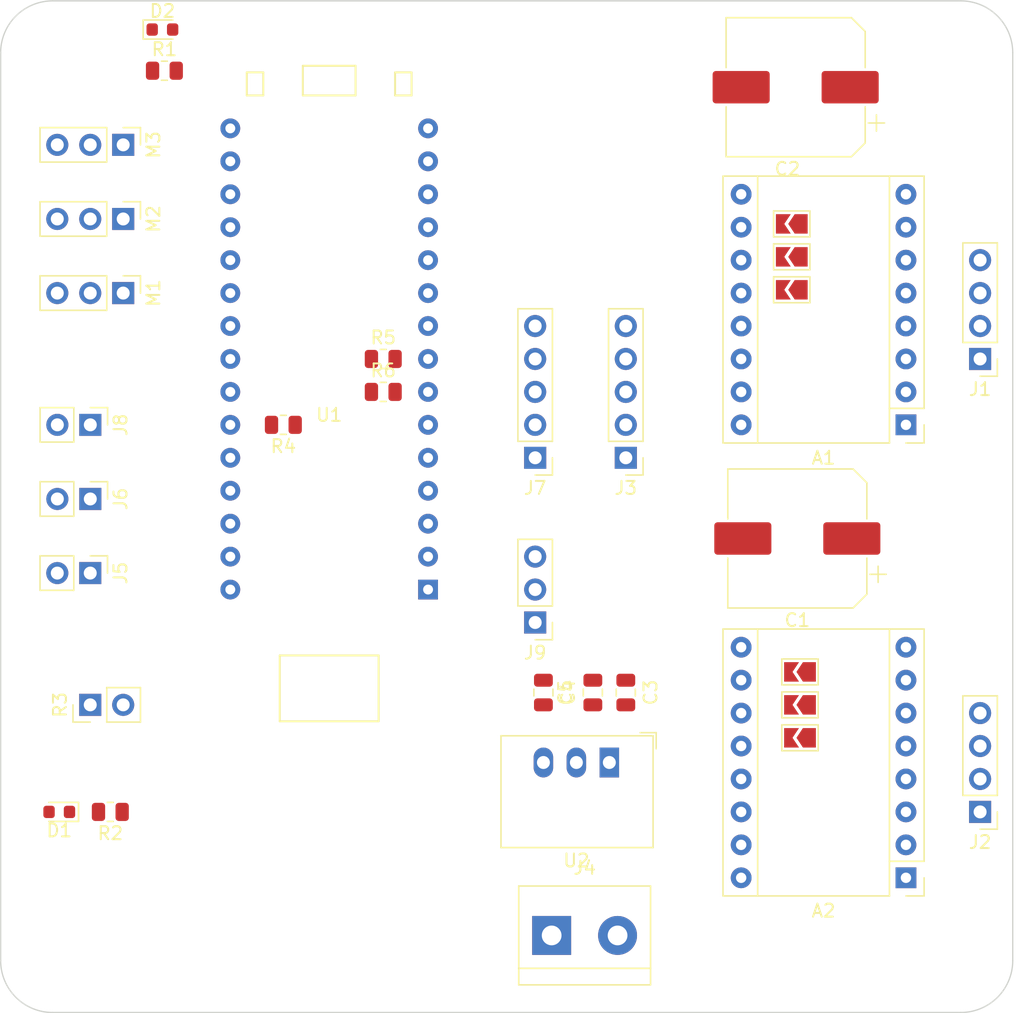
<source format=kicad_pcb>
(kicad_pcb (version 20221018) (generator pcbnew)
  (layers (0 "F.Cu" signal) (31 "B.Cu" signal) (34 "B.Paste" user) (35 "F.Paste" user) (36 "B.SilkS" user "B.Silkscreen") (37 "F.SilkS" user "F.Silkscreen") (38 "B.Mask" user) (39 "F.Mask" user) (44 "Edge.Cuts" user))
  (net 0 "")
  (net 1 "GND")
  (net 2 "+3.3V")
  (net 3 "Net-(A1-1B)")
  (net 4 "Net-(A1-1A)")
  (net 5 "Net-(A1-2A)")
  (net 6 "Net-(A1-2B)")
  (net 7 "ALIM")
  (net 8 "ENABLE")
  (net 9 "Net-(A1-MS1)")
  (net 10 "Net-(A1-MS2)")
  (net 11 "Net-(A1-MS3)")
  (net 12 "Net-(A1-~{RESET})")
  (net 13 "STEP2_PWM")
  (net 14 "STEP2_DIR")
  (net 15 "Net-(A2-1B)")
  (net 16 "Net-(A2-1A)")
  (net 17 "Net-(A2-2A)")
  (net 18 "Net-(A2-2B)")
  (net 19 "Net-(A2-MS1)")
  (net 20 "Net-(A2-MS2)")
  (net 21 "Net-(A2-MS3)")
  (net 22 "Net-(A2-~{RESET})")
  (net 23 "STEP1_PWM")
  (net 24 "STEP1_DIR")
  (net 25 "Net-(D1-K)")
  (net 26 "+5V")
  (net 27 "Net-(D2-K)")
  (net 28 "LED")
  (net 29 "SDA")
  (net 30 "SCL")
  (net 31 "SHUTDOWN1")
  (net 32 "FDC1")
  (net 33 "FDC2")
  (net 34 "SHUTDOWN2")
  (net 35 "TX")
  (net 36 "RX")
  (net 37 "SERVO1")
  (net 38 "SERVO2")
  (net 39 "MEAS_LIGHT")
  (net 47 "SERVO3")
  (net 48 "FDC3")
  (footprint "Connector_PinHeader_2.54mm:PinHeader_1x02_P2.54mm_Vertical" (layer "F.Cu") (at 128.91 65.405 -90)
    (fp_text reference "J6" (at 0 -2.33 90) (layer "F.SilkS"))
    (fp_text value "FDC")
    (fp_line (start -1.33 -1.33) (end 0 -1.33) (stroke (width 0.12)) (layer "F.SilkS"))
    (fp_line (start -1.33 0) (end -1.33 -1.33) (stroke (width 0.12)) (layer "F.SilkS"))
    (fp_line (start -1.33 1.27) (end -1.33 3.87) (stroke (width 0.12)) (layer "F.SilkS"))
    (fp_line (start -1.33 1.27) (end 1.33 1.27) (stroke (width 0.12)) (layer "F.SilkS"))
    (fp_line (start -1.33 3.87) (end 1.33 3.87) (stroke (width 0.12)) (layer "F.SilkS"))
    (fp_line (start 1.33 1.27) (end 1.33 3.87) (stroke (width 0.12)) (layer "F.SilkS"))
    (pad "1" thru_hole rect (at 0 0 270) (size 1.7 1.7) (drill 1) (layers "*.Cu" "*.Mask") (net 33 "FDC2"))
    (pad "2" thru_hole oval (at 0 2.54 270) (size 1.7 1.7) (drill 1) (layers "*.Cu" "*.Mask") (net 1 "GND"))
  )
  (footprint "Connector_PinHeader_2.54mm:PinHeader_1x03_P2.54mm_Vertical" (layer "F.Cu") (at 131.445 49.53 -90)
    (fp_text reference "M1" (at 0 -2.33 90) (layer "F.SilkS"))
    (fp_text value "Motor_Servo")
    (fp_line (start -1.33 -1.33) (end 0 -1.33) (stroke (width 0.12)) (layer "F.SilkS"))
    (fp_line (start -1.33 0) (end -1.33 -1.33) (stroke (width 0.12)) (layer "F.SilkS"))
    (fp_line (start -1.33 1.27) (end -1.33 6.41) (stroke (width 0.12)) (layer "F.SilkS"))
    (fp_line (start -1.33 1.27) (end 1.33 1.27) (stroke (width 0.12)) (layer "F.SilkS"))
    (fp_line (start -1.33 6.41) (end 1.33 6.41) (stroke (width 0.12)) (layer "F.SilkS"))
    (fp_line (start 1.33 1.27) (end 1.33 6.41) (stroke (width 0.12)) (layer "F.SilkS"))
    (pad "1" thru_hole rect (at 0 0 270) (size 1.7 1.7) (drill 1) (layers "*.Cu" "*.Mask") (net 37 "SERVO1"))
    (pad "2" thru_hole oval (at 0 2.54 270) (size 1.7 1.7) (drill 1) (layers "*.Cu" "*.Mask") (net 26 "+5V"))
    (pad "3" thru_hole oval (at 0 5.08 270) (size 1.7 1.7) (drill 1) (layers "*.Cu" "*.Mask") (net 1 "GND"))
  )
  (footprint "Connector_PinHeader_2.54mm:PinHeader_1x02_P2.54mm_Vertical" (layer "F.Cu") (at 128.905 71.12 -90)
    (fp_text reference "J5" (at 0 -2.33 90) (layer "F.SilkS"))
    (fp_text value "FDC")
    (fp_line (start -1.33 -1.33) (end 0 -1.33) (stroke (width 0.12)) (layer "F.SilkS"))
    (fp_line (start -1.33 0) (end -1.33 -1.33) (stroke (width 0.12)) (layer "F.SilkS"))
    (fp_line (start -1.33 1.27) (end -1.33 3.87) (stroke (width 0.12)) (layer "F.SilkS"))
    (fp_line (start -1.33 1.27) (end 1.33 1.27) (stroke (width 0.12)) (layer "F.SilkS"))
    (fp_line (start -1.33 3.87) (end 1.33 3.87) (stroke (width 0.12)) (layer "F.SilkS"))
    (fp_line (start 1.33 1.27) (end 1.33 3.87) (stroke (width 0.12)) (layer "F.SilkS"))
    (pad "1" thru_hole rect (at 0 0 270) (size 1.7 1.7) (drill 1) (layers "*.Cu" "*.Mask") (net 32 "FDC1"))
    (pad "2" thru_hole oval (at 0 2.54 270) (size 1.7 1.7) (drill 1) (layers "*.Cu" "*.Mask") (net 1 "GND"))
  )
  (footprint "LED_SMD:LED_0603_1608Metric" (layer "F.Cu") (at 134.4675 29.21)
    (fp_text reference "D2" (at 0 -1.43) (layer "F.SilkS"))
    (fp_text value "LED")
    (fp_line (start -1.485 -0.735) (end -1.485 0.735) (stroke (width 0.12)) (layer "F.SilkS"))
    (fp_line (start -1.485 0.735) (end 0.8 0.735) (stroke (width 0.12)) (layer "F.SilkS"))
    (fp_line (start 0.8 -0.735) (end -1.485 -0.735) (stroke (width 0.12)) (layer "F.SilkS"))
    (pad "1" smd roundrect (at -0.7875 0) (size 0.875 0.95) (layers "F.Cu" "F.Paste" "F.Mask") (net 27 "Net-(D2-K)"))
    (pad "2" smd roundrect (at 0.7875 0) (size 0.875 0.95) (layers "F.Cu" "F.Paste" "F.Mask") (net 28 "LED"))
  )
  (footprint "Connector_PinHeader_2.54mm:PinHeader_1x02_P2.54mm_Vertical" (layer "F.Cu") (at 128.905 81.28 90)
    (fp_text reference "R3" (at 0 -2.33 90) (layer "F.SilkS"))
    (fp_text value "R_Photo")
    (fp_line (start -1.33 -1.33) (end 0 -1.33) (stroke (width 0.12)) (layer "F.SilkS"))
    (fp_line (start -1.33 0) (end -1.33 -1.33) (stroke (width 0.12)) (layer "F.SilkS"))
    (fp_line (start -1.33 1.27) (end -1.33 3.87) (stroke (width 0.12)) (layer "F.SilkS"))
    (fp_line (start -1.33 1.27) (end 1.33 1.27) (stroke (width 0.12)) (layer "F.SilkS"))
    (fp_line (start -1.33 3.87) (end 1.33 3.87) (stroke (width 0.12)) (layer "F.SilkS"))
    (fp_line (start 1.33 1.27) (end 1.33 3.87) (stroke (width 0.12)) (layer "F.SilkS"))
    (pad "1" thru_hole rect (at 0 0 90) (size 1.7 1.7) (drill 1) (layers "*.Cu" "*.Mask") (net 2 "+3.3V"))
    (pad "2" thru_hole oval (at 0 2.54 90) (size 1.7 1.7) (drill 1) (layers "*.Cu" "*.Mask") (net 39 "MEAS_LIGHT"))
  )
  (footprint "Capacitor_SMD:C_0805_2012Metric" (layer "F.Cu") (at 167.64 80.33 -90)
    (fp_text reference "C4" (at 0 1.905 90) (layer "F.SilkS"))
    (fp_text value "10uF")
    (fp_line (start -0.261252 -0.735) (end 0.261252 -0.735) (stroke (width 0.12)) (layer "F.SilkS"))
    (fp_line (start -0.261252 0.735) (end 0.261252 0.735) (stroke (width 0.12)) (layer "F.SilkS"))
    (pad "1" smd roundrect (at -0.95 0 270) (size 1 1.45) (layers "F.Cu" "F.Paste" "F.Mask") (net 1 "GND"))
    (pad "2" smd roundrect (at 0.95 0 270) (size 1 1.45) (layers "F.Cu" "F.Paste" "F.Mask") (net 7 "ALIM"))
  )
  (footprint "MountingHole:MountingHole_3.2mm_M3" (layer "F.Cu") (at 126 101)
    (fp_text reference "H4" hide)
    (fp_text value "MountingHole" hide)
    (pad "" np_thru_hole circle (at 0 0) (size 3.2 3.2) (drill 3.2) (layers "*.Cu" "*.Mask"))
  )
  (footprint "MountingHole:MountingHole_3.2mm_M3" (layer "F.Cu") (at 196 101)
    (fp_text reference "H2" hide)
    (fp_text value "MountingHole" hide)
    (pad "" np_thru_hole circle (at 0 0) (size 3.2 3.2) (drill 3.2) (layers "*.Cu" "*.Mask"))
  )
  (footprint "Capacitor_SMD:C_0805_2012Metric" (layer "F.Cu") (at 163.83 80.33 -90)
    (fp_text reference "C5" (at 0 -1.68 90) (layer "F.SilkS"))
    (fp_text value "10uF")
    (fp_line (start -0.261252 -0.735) (end 0.261252 -0.735) (stroke (width 0.12)) (layer "F.SilkS"))
    (fp_line (start -0.261252 0.735) (end 0.261252 0.735) (stroke (width 0.12)) (layer "F.SilkS"))
    (pad "1" smd roundrect (at -0.95 0 270) (size 1 1.45) (layers "F.Cu" "F.Paste" "F.Mask") (net 1 "GND"))
    (pad "2" smd roundrect (at 0.95 0 270) (size 1 1.45) (layers "F.Cu" "F.Paste" "F.Mask") (net 26 "+5V"))
  )
  (footprint "LED_SMD:LED_0603_1608Metric" (layer "F.Cu") (at 126.5175 89.535 180)
    (fp_text reference "D1" (at 0 -1.43) (layer "F.SilkS"))
    (fp_text value "LED")
    (fp_line (start -1.485 -0.735) (end -1.485 0.735) (stroke (width 0.12)) (layer "F.SilkS"))
    (fp_line (start -1.485 0.735) (end 0.8 0.735) (stroke (width 0.12)) (layer "F.SilkS"))
    (fp_line (start 0.8 -0.735) (end -1.485 -0.735) (stroke (width 0.12)) (layer "F.SilkS"))
    (pad "1" smd roundrect (at -0.7875 0 180) (size 0.875 0.95) (layers "F.Cu" "F.Paste" "F.Mask") (net 25 "Net-(D1-K)"))
    (pad "2" smd roundrect (at 0.7875 0 180) (size 0.875 0.95) (layers "F.Cu" "F.Paste" "F.Mask") (net 26 "+5V"))
  )
  (footprint "Resistor_SMD:R_0805_2012Metric" (layer "F.Cu") (at 130.4525 89.535 180)
    (fp_text reference "R2" (at 0 -1.65) (layer "F.SilkS"))
    (fp_text value "500")
    (fp_line (start -0.227064 -0.735) (end 0.227064 -0.735) (stroke (width 0.12)) (layer "F.SilkS"))
    (fp_line (start -0.227064 0.735) (end 0.227064 0.735) (stroke (width 0.12)) (layer "F.SilkS"))
    (pad "1" smd roundrect (at -0.9125 0 180) (size 1.025 1.4) (layers "F.Cu" "F.Paste" "F.Mask") (roundrect_rratio 0.243902) (net 1 "GND"))
    (pad "2" smd roundrect (at 0.9125 0 180) (size 1.025 1.4) (layers "F.Cu" "F.Paste" "F.Mask") (roundrect_rratio 0.243902) (net 25 "Net-(D1-K)"))
  )
  (footprint "Converter_DCDC:Converter_DCDC_RECOM_R-78E-0.5_THT" (layer "F.Cu") (at 168.91 85.725 180)
    (fp_text reference "U2" (at 2.54 -7.56) (layer "F.SilkS"))
    (fp_text value "R-78E5.0-1.0")
    (fp_line (start -3.611 1.06) (end -3.611 2.3) (stroke (width 0.12)) (layer "F.SilkS"))
    (fp_line (start -3.611 2.3) (end -2.371 2.3) (stroke (width 0.12)) (layer "F.SilkS"))
    (fp_line (start -3.371 -6.56) (end -3.371 2.06) (stroke (width 0.12)) (layer "F.SilkS"))
    (fp_line (start -3.371 -6.56) (end 8.35 -6.56) (stroke (width 0.12)) (layer "F.SilkS"))
    (fp_line (start -3.371 2.06) (end 8.35 2.06) (stroke (width 0.12)) (layer "F.SilkS"))
    (fp_line (start 8.35 -6.56) (end 8.35 2.06) (stroke (width 0.12)) (layer "F.SilkS"))
    (pad "1" thru_hole rect (at 0 0 180) (size 1.5 2.3) (drill 1) (layers "*.Cu" "*.Mask") (net 7 "ALIM"))
    (pad "2" thru_hole oval (at 2.54 0 180) (size 1.5 2.3) (drill 1) (layers "*.Cu" "*.Mask") (net 1 "GND"))
    (pad "3" thru_hole oval (at 5.08 0 180) (size 1.5 2.3) (drill 1) (layers "*.Cu" "*.Mask") (net 26 "+5V"))
  )
  (footprint "Connector_PinHeader_2.54mm:PinHeader_1x05_P2.54mm_Vertical" (layer "F.Cu") (at 163.195 62.23 180)
    (fp_text reference "J7" (at 0 -2.33) (layer "F.SilkS"))
    (fp_text value "RANGE")
    (fp_line (start -1.33 -1.33) (end 0 -1.33) (stroke (width 0.12)) (layer "F.SilkS"))
    (fp_line (start -1.33 0) (end -1.33 -1.33) (stroke (width 0.12)) (layer "F.SilkS"))
    (fp_line (start -1.33 1.27) (end -1.33 11.49) (stroke (width 0.12)) (layer "F.SilkS"))
    (fp_line (start -1.33 1.27) (end 1.33 1.27) (stroke (width 0.12)) (layer "F.SilkS"))
    (fp_line (start -1.33 11.49) (end 1.33 11.49) (stroke (width 0.12)) (layer "F.SilkS"))
    (fp_line (start 1.33 1.27) (end 1.33 11.49) (stroke (width 0.12)) (layer "F.SilkS"))
    (pad "1" thru_hole rect (at 0 0 180) (size 1.7 1.7) (drill 1) (layers "*.Cu" "*.Mask") (net 2 "+3.3V"))
    (pad "2" thru_hole oval (at 0 2.54 180) (size 1.7 1.7) (drill 1) (layers "*.Cu" "*.Mask") (net 1 "GND"))
    (pad "3" thru_hole oval (at 0 5.08 180) (size 1.7 1.7) (drill 1) (layers "*.Cu" "*.Mask") (net 29 "SDA"))
    (pad "4" thru_hole oval (at 0 7.62 180) (size 1.7 1.7) (drill 1) (layers "*.Cu" "*.Mask") (net 30 "SCL"))
    (pad "5" thru_hole oval (at 0 10.16 180) (size 1.7 1.7) (drill 1) (layers "*.Cu" "*.Mask") (net 34 "SHUTDOWN2"))
  )
  (footprint "Connector_PinHeader_2.54mm:PinHeader_1x02_P2.54mm_Vertical" (layer "F.Cu") (at 128.91 59.69 -90)
    (fp_text reference "J8" (at 0 -2.33 90) (layer "F.SilkS"))
    (fp_text value "FDC")
    (fp_line (start -1.33 -1.33) (end 0 -1.33) (stroke (width 0.12)) (layer "F.SilkS"))
    (fp_line (start -1.33 0) (end -1.33 -1.33) (stroke (width 0.12)) (layer "F.SilkS"))
    (fp_line (start -1.33 1.27) (end -1.33 3.87) (stroke (width 0.12)) (layer "F.SilkS"))
    (fp_line (start -1.33 1.27) (end 1.33 1.27) (stroke (width 0.12)) (layer "F.SilkS"))
    (fp_line (start -1.33 3.87) (end 1.33 3.87) (stroke (width 0.12)) (layer "F.SilkS"))
    (fp_line (start 1.33 1.27) (end 1.33 3.87) (stroke (width 0.12)) (layer "F.SilkS"))
    (pad "1" thru_hole rect (at 0 0 270) (size 1.7 1.7) (drill 1) (layers "*.Cu" "*.Mask") (net 48 "FDC3"))
    (pad "2" thru_hole oval (at 0 2.54 270) (size 1.7 1.7) (drill 1) (layers "*.Cu" "*.Mask") (net 1 "GND"))
  )
  (footprint "Capacitor_SMD:CP_Elec_10x12.5" (layer "F.Cu") (at 183.398 68.453 180)
    (fp_text reference "C1" (at 0 -6.3) (layer "F.SilkS"))
    (fp_text value "100uF")
    (fp_line (start -6.85 -2.76) (end -5.6 -2.76) (stroke (width 0.12)) (layer "F.SilkS"))
    (fp_line (start -6.225 -3.385) (end -6.225 -2.135) (stroke (width 0.12)) (layer "F.SilkS"))
    (fp_line (start -5.36 -4.295563) (end -5.36 -1.51) (stroke (width 0.12)) (layer "F.SilkS"))
    (fp_line (start -5.36 -4.295563) (end -4.295563 -5.36) (stroke (width 0.12)) (layer "F.SilkS"))
    (fp_line (start -5.36 4.295563) (end -5.36 1.51) (stroke (width 0.12)) (layer "F.SilkS"))
    (fp_line (start -5.36 4.295563) (end -4.295563 5.36) (stroke (width 0.12)) (layer "F.SilkS"))
    (fp_line (start -4.295563 -5.36) (end 5.36 -5.36) (stroke (width 0.12)) (layer "F.SilkS"))
    (fp_line (start -4.295563 5.36) (end 5.36 5.36) (stroke (width 0.12)) (layer "F.SilkS"))
    (fp_line (start 5.36 -5.36) (end 5.36 -1.51) (stroke (width 0.12)) (layer "F.SilkS"))
    (fp_line (start 5.36 5.36) (end 5.36 1.51) (stroke (width 0.12)) (layer "F.SilkS"))
    (pad "1" smd roundrect (at -4.2 0 180) (size 4.4 2.5) (layers "F.Cu" "F.Paste" "F.Mask") (roundrect_rratio 0.1) (net 7 "ALIM"))
    (pad "2" smd roundrect (at 4.2 0 180) (size 4.4 2.5) (layers "F.Cu" "F.Paste" "F.Mask") (roundrect_rratio 0.1) (net 1 "GND"))
  )
  (footprint "Module:Pololu_Breakout-16_15.2x20.3mm" (layer "F.Cu") (at 191.77 59.69 180)
    (fp_text reference "A1" (at 6.35 -2.54) (layer "F.SilkS"))
    (fp_text value "Pololu_Breakout_A4988")
    (fp_line (start -1.4 -1.4) (end -1.4 0) (stroke (width 0.12)) (layer "F.SilkS"))
    (fp_line (start -1.4 1.27) (end -1.4 19.18) (stroke (width 0.12)) (layer "F.SilkS"))
    (fp_line (start -1.4 19.18) (end 14.1 19.18) (stroke (width 0.12)) (layer "F.SilkS"))
    (fp_line (start 0 -1.4) (end -1.4 -1.4) (stroke (width 0.12)) (layer "F.SilkS"))
    (fp_line (start 1.27 -1.4) (end 1.27 1.27) (stroke (width 0.12)) (layer "F.SilkS"))
    (fp_line (start 1.27 1.27) (end -1.4 1.27) (stroke (width 0.12)) (layer "F.SilkS"))
    (fp_line (start 1.27 1.27) (end 1.27 19.18) (stroke (width 0.12)) (layer "F.SilkS"))
    (fp_line (start 11.43 -1.4) (end 11.43 19.18) (stroke (width 0.12)) (layer "F.SilkS"))
    (fp_line (start 14.1 -1.4) (end 1.27 -1.4) (stroke (width 0.12)) (layer "F.SilkS"))
    (fp_line (start 14.1 19.18) (end 14.1 -1.4) (stroke (width 0.12)) (layer "F.SilkS"))
    (pad "1" thru_hole rect (at 0 0 180) (size 1.6 1.6) (drill 0.8) (layers "*.Cu" "*.Mask") (net 1 "GND"))
    (pad "2" thru_hole oval (at 0 2.54 180) (size 1.6 1.6) (drill 0.8) (layers "*.Cu" "*.Mask") (net 2 "+3.3V"))
    (pad "3" thru_hole oval (at 0 5.08 180) (size 1.6 1.6) (drill 0.8) (layers "*.Cu" "*.Mask") (net 3 "Net-(A1-1B)"))
    (pad "4" thru_hole oval (at 0 7.62 180) (size 1.6 1.6) (drill 0.8) (layers "*.Cu" "*.Mask") (net 4 "Net-(A1-1A)"))
    (pad "5" thru_hole oval (at 0 10.16 180) (size 1.6 1.6) (drill 0.8) (layers "*.Cu" "*.Mask") (net 5 "Net-(A1-2A)"))
    (pad "6" thru_hole oval (at 0 12.7 180) (size 1.6 1.6) (drill 0.8) (layers "*.Cu" "*.Mask") (net 6 "Net-(A1-2B)"))
    (pad "7" thru_hole oval (at 0 15.24 180) (size 1.6 1.6) (drill 0.8) (layers "*.Cu" "*.Mask") (net 1 "GND"))
    (pad "8" thru_hole oval (at 0 17.78 180) (size 1.6 1.6) (drill 0.8) (layers "*.Cu" "*.Mask") (net 7 "ALIM"))
    (pad "9" thru_hole oval (at 12.7 17.78 180) (size 1.6 1.6) (drill 0.8) (layers "*.Cu" "*.Mask") (net 8 "ENABLE"))
    (pad "10" thru_hole oval (at 12.7 15.24 180) (size 1.6 1.6) (drill 0.8) (layers "*.Cu" "*.Mask") (net 9 "Net-(A1-MS1)"))
    (pad "11" thru_hole oval (at 12.7 12.7 180) (size 1.6 1.6) (drill 0.8) (layers "*.Cu" "*.Mask") (net 10 "Net-(A1-MS2)"))
    (pad "12" thru_hole oval (at 12.7 10.16 180) (size 1.6 1.6) (drill 0.8) (layers "*.Cu" "*.Mask") (net 11 "Net-(A1-MS3)"))
    (pad "13" thru_hole oval (at 12.7 7.62 180) (size 1.6 1.6) (drill 0.8) (layers "*.Cu" "*.Mask") (net 12 "Net-(A1-~{RESET})"))
    (pad "14" thru_hole oval (at 12.7 5.08 180) (size 1.6 1.6) (drill 0.8) (layers "*.Cu" "*.Mask") (net 12 "Net-(A1-~{RESET})"))
    (pad "15" thru_hole oval (at 12.7 2.54 180) (size 1.6 1.6) (drill 0.8) (layers "*.Cu" "*.Mask") (net 13 "STEP2_PWM"))
    (pad "16" thru_hole oval (at 12.7 0 180) (size 1.6 1.6) (drill 0.8) (layers "*.Cu" "*.Mask") (net 14 "STEP2_DIR"))
  )
  (footprint "Connector_PinHeader_2.54mm:PinHeader_1x03_P2.54mm_Vertical" (layer "F.Cu") (at 131.445 38.1 -90)
    (fp_text reference "M3" (at 0 -2.33 90) (layer "F.SilkS"))
    (fp_text value "Motor_Servo")
    (fp_line (start -1.33 -1.33) (end 0 -1.33) (stroke (width 0.12)) (layer "F.SilkS"))
    (fp_line (start -1.33 0) (end -1.33 -1.33) (stroke (width 0.12)) (layer "F.SilkS"))
    (fp_line (start -1.33 1.27) (end -1.33 6.41) (stroke (width 0.12)) (layer "F.SilkS"))
    (fp_line (start -1.33 1.27) (end 1.33 1.27) (stroke (width 0.12)) (layer "F.SilkS"))
    (fp_line (start -1.33 6.41) (end 1.33 6.41) (stroke (width 0.12)) (layer "F.SilkS"))
    (fp_line (start 1.33 1.27) (end 1.33 6.41) (stroke (width 0.12)) (layer "F.SilkS"))
    (pad "1" thru_hole rect (at 0 0 270) (size 1.7 1.7) (drill 1) (layers "*.Cu" "*.Mask") (net 47 "SERVO3"))
    (pad "2" thru_hole oval (at 0 2.54 270) (size 1.7 1.7) (drill 1) (layers "*.Cu" "*.Mask") (net 26 "+5V"))
    (pad "3" thru_hole oval (at 0 5.08 270) (size 1.7 1.7) (drill 1) (layers "*.Cu" "*.Mask") (net 1 "GND"))
  )
  (footprint "TerminalBlock:TerminalBlock_bornier-2_P5.08mm" (layer "F.Cu") (at 164.465 99.06)
    (fp_text reference "J4" (at 2.55 -5.207) (layer "F.SilkS"))
    (fp_text value "Screw_Terminal_01x02")
    (fp_line (start -2.54 -3.81) (end -2.54 3.81) (stroke (width 0.12)) (layer "F.SilkS"))
    (fp_line (start -2.54 3.81) (end 7.62 3.81) (stroke (width 0.12)) (layer "F.SilkS"))
    (fp_line (start 7.62 -3.81) (end -2.54 -3.81) (stroke (width 0.12)) (layer "F.SilkS"))
    (fp_line (start 7.62 2.54) (end -2.54 2.54) (stroke (width 0.12)) (layer "F.SilkS"))
    (fp_line (start 7.62 3.81) (end 7.62 -3.81) (stroke (width 0.12)) (layer "F.SilkS"))
    (pad "1" thru_hole rect (at 0 0) (size 3 3) (drill 1.52) (layers "*.Cu" "*.Mask") (net 1 "GND"))
    (pad "2" thru_hole circle (at 5.08 0) (size 3 3) (drill 1.52) (layers "*.Cu" "*.Mask") (net 7 "ALIM"))
  )
  (footprint "Jumper:SolderJumper-2_P1.3mm_Open_TrianglePad1.0x1.5mm" (layer "F.Cu") (at 183.605 81.28 180)
    (fp_text reference "JP2" hide)
    (fp_text value "SolderJumper_2_Open" hide)
    (fp_line (start -1.4 -1) (end 1.4 -1) (stroke (width 0.12)) (layer "F.SilkS"))
    (fp_line (start -1.4 1) (end -1.4 -1) (stroke (width 0.12)) (layer "F.SilkS"))
    (fp_line (start 1.4 -1) (end 1.4 1) (stroke (width 0.12)) (layer "F.SilkS"))
    (fp_line (start 1.4 1) (end -1.4 1) (stroke (width 0.12)) (layer "F.SilkS"))
    (pad "1" smd custom (at -0.725 0 180) (size 0.3 0.3) (layers "F.Cu" "F.Mask") (net 2 "+3.3V") (options (clearance outline) (anchor rect)) (primitives (gr_poly (pts (xy 1 0) (xy 0.5 0.75) (xy -0.5 0.75) (xy -0.5 -0.75) (xy 0.5 -0.75)) (width 0) (fill yes))))
    (pad "2" smd custom (at 0.725 0 180) (size 0.3 0.3) (layers "F.Cu" "F.Mask") (net 20 "Net-(A2-MS2)") (options (clearance outline) (anchor rect)) (primitives (gr_poly (pts (xy 0.5 0.75) (xy -0.65 0.75) (xy -0.15 0) (xy -0.65 -0.75) (xy 0.5 -0.75)) (width 0) (fill yes))))
  )
  (footprint "Jumper:SolderJumper-2_P1.3mm_Open_TrianglePad1.0x1.5mm" (layer "F.Cu") (at 183.605 83.82 180)
    (fp_text reference "JP3" hide)
    (fp_text value "SolderJumper_2_Open" hide)
    (fp_line (start -1.4 -1) (end 1.4 -1) (stroke (width 0.12)) (layer "F.SilkS"))
    (fp_line (start -1.4 1) (end -1.4 -1) (stroke (width 0.12)) (layer "F.SilkS"))
    (fp_line (start 1.4 -1) (end 1.4 1) (stroke (width 0.12)) (layer "F.SilkS"))
    (fp_line (start 1.4 1) (end -1.4 1) (stroke (width 0.12)) (layer "F.SilkS"))
    (pad "1" smd custom (at -0.725 0 180) (size 0.3 0.3) (layers "F.Cu" "F.Mask") (net 2 "+3.3V") (options (clearance outline) (anchor rect)) (primitives (gr_poly (pts (xy 1 0) (xy 0.5 0.75) (xy -0.5 0.75) (xy -0.5 -0.75) (xy 0.5 -0.75)) (width 0) (fill yes))))
    (pad "2" smd custom (at 0.725 0 180) (size 0.3 0.3) (layers "F.Cu" "F.Mask") (net 21 "Net-(A2-MS3)") (options (clearance outline) (anchor rect)) (primitives (gr_poly (pts (xy 0.5 0.75) (xy -0.65 0.75) (xy -0.15 0) (xy -0.65 -0.75) (xy 0.5 -0.75)) (width 0) (fill yes))))
  )
  (footprint "ENAC_robotique:NUCLEO32" (layer "F.Cu") (at 147.32 54.61 180)
    (fp_text reference "U1" (at 0 -4.318) (layer "F.SilkS"))
    (fp_text value "NUCLEO32-L432KC")
    (fp_line (start -6.35 20.32) (end -6.35 22.098) (stroke (width 0.15)) (layer "F.SilkS"))
    (fp_line (start -6.35 22.098) (end -5.08 22.098) (stroke (width 0.15)) (layer "F.SilkS"))
    (fp_line (start -5.08 20.32) (end -6.35 20.32) (stroke (width 0.15)) (layer "F.SilkS"))
    (fp_line (start -5.08 22.098) (end -5.08 20.32) (stroke (width 0.15)) (layer "F.SilkS"))
    (fp_line (start -3.81 -27.94) (end 3.81 -27.94) (stroke (width 0.15)) (layer "F.SilkS"))
    (fp_line (start -3.81 -22.86) (end -3.81 -27.94) (stroke (width 0.15)) (layer "F.SilkS"))
    (fp_line (start -2.032 20.32) (end 2.032 20.32) (stroke (width 0.15)) (layer "F.SilkS"))
    (fp_line (start -2.032 22.606) (end -2.032 20.32) (stroke (width 0.15)) (layer "F.SilkS"))
    (fp_line (start 2.032 20.32) (end 2.032 22.606) (stroke (width 0.15)) (layer "F.SilkS"))
    (fp_line (start 2.032 22.606) (end -2.032 22.606) (stroke (width 0.15)) (layer "F.SilkS"))
    (fp_line (start 3.81 -27.94) (end 3.81 -22.86) (stroke (width 0.15)) (layer "F.SilkS"))
    (fp_line (start 3.81 -22.86) (end -3.81 -22.86) (stroke (width 0.15)) (layer "F.SilkS"))
    (fp_line (start 5.08 20.32) (end 5.08 22.098) (stroke (width 0.15)) (layer "F.SilkS"))
    (fp_line (start 5.08 22.098) (end 6.35 22.098) (stroke (width 0.15)) (layer "F.SilkS"))
    (fp_line (start 6.35 20.32) (end 5.08 20.32) (stroke (width 0.15)) (layer "F.SilkS"))
    (fp_line (start 6.35 22.098) (end 6.35 20.32) (stroke (width 0.15)) (layer "F.SilkS"))
    (pad "1" thru_hole rect (at -7.62 -17.78 180) (size 1.524 1.524) (drill 0.762) (layers "*.Cu" "*.Mask") (net 35 "TX"))
    (pad "2" thru_hole circle (at -7.62 -15.24 180) (size 1.524 1.524) (drill 0.762) (layers "*.Cu" "*.Mask") (net 36 "RX"))
    (pad "3" thru_hole circle (at -7.62 -12.7 180) (size 1.524 1.524) (drill 0.762) (layers "*.Cu" "*.Mask"))
    (pad "4" thru_hole circle (at -7.62 -10.16 180) (size 1.524 1.524) (drill 0.762) (layers "*.Cu" "*.Mask") (net 1 "GND"))
    (pad "5" thru_hole circle (at -7.62 -7.62 180) (size 1.524 1.524) (drill 0.762) (layers "*.Cu" "*.Mask") (net 8 "ENABLE"))
    (pad "6" thru_hole circle (at -7.62 -5.08 180) (size 1.524 1.524) (drill 0.762) (layers "*.Cu" "*.Mask") (net 34 "SHUTDOWN2"))
    (pad "7" thru_hole circle (at -7.62 -2.54 180) (size 1.524 1.524) (drill 0.762) (layers "*.Cu" "*.Mask") (net 29 "SDA"))
    (pad "8" thru_hole circle (at -7.62 0 180) (size 1.524 1.524) (drill 0.762) (layers "*.Cu" "*.Mask") (net 30 "SCL"))
    (pad "9" thru_hole circle (at -7.62 2.54 180) (size 1.524 1.524) (drill 0.762) (layers "*.Cu" "*.Mask") (net 31 "SHUTDOWN1"))
    (pad "10" thru_hole circle (at -7.62 5.08 180) (size 1.524 1.524) (drill 0.762) (layers "*.Cu" "*.Mask"))
    (pad "11" thru_hole circle (at -7.62 7.62 180) (size 1.524 1.524) (drill 0.762) (layers "*.Cu" "*.Mask"))
    (pad "12" thru_hole circle (at -7.62 10.16 180) (size 1.524 1.524) (drill 0.762) (layers "*.Cu" "*.Mask") (net 23 "STEP1_PWM"))
    (pad "13" thru_hole circle (at -7.62 12.7 180) (size 1.524 1.524) (drill 0.762) (layers "*.Cu" "*.Mask") (net 13 "STEP2_PWM"))
    (pad "14" thru_hole circle (at -7.62 15.24 180) (size 1.524 1.524) (drill 0.762) (layers "*.Cu" "*.Mask") (net 14 "STEP2_DIR"))
    (pad "15" thru_hole circle (at -7.62 17.78 180) (size 1.524 1.524) (drill 0.762) (layers "*.Cu" "*.Mask") (net 24 "STEP1_DIR"))
    (pad "16" thru_hole circle (at 7.62 17.78 180) (size 1.524 1.524) (drill 0.762) (layers "*.Cu" "*.Mask") (net 28 "LED"))
    (pad "17" thru_hole circle (at 7.62 15.24 180) (size 1.524 1.524) (drill 0.762) (layers "*.Cu" "*.Mask") (net 2 "+3.3V"))
    (pad "18" thru_hole circle (at 7.62 12.7 180) (size 1.524 1.524) (drill 0.762) (layers "*.Cu" "*.Mask"))
    (pad "19" thru_hole circle (at 7.62 10.16 180) (size 1.524 1.524) (drill 0.762) (layers "*.Cu" "*.Mask") (net 47 "SERVO3"))
    (pad "20" thru_hole circle (at 7.62 7.62 180) (size 1.524 1.524) (drill 0.762) (layers "*.Cu" "*.Mask") (net 38 "SERVO2"))
    (pad "21" thru_hole circle (at 7.62 5.08 180) (size 1.524 1.524) (drill 0.762) (layers "*.Cu" "*.Mask") (net 37 "SERVO1"))
    (pad "22" thru_hole circle (at 7.62 2.54 180) (size 1.524 1.524) (drill 0.762) (layers "*.Cu" "*.Mask") (net 48 "FDC3"))
    (pad "23" thru_hole circle (at 7.62 0 180) (size 1.524 1.524) (drill 0.762) (layers "*.Cu" "*.Mask") (net 33 "FDC2"))
    (pad "24" thru_hole circle (at 7.62 -2.54 180) (size 1.524 1.524) (drill 0.762) (layers "*.Cu" "*.Mask") (net 32 "FDC1"))
    (pad "25" thru_hole circle (at 7.62 -5.08 180) (size 1.524 1.524) (drill 0.762) (layers "*.Cu" "*.Mask") (net 39 "MEAS_LIGHT"))
    (pad "26" thru_hole circle (at 7.62 -7.62 180) (size 1.524 1.524) (drill 0.762) (layers "*.Cu" "*.Mask"))
    (pad "27" thru_hole circle (at 7.62 -10.16 180) (size 1.524 1.524) (drill 0.762) (layers "*.Cu" "*.Mask") (net 26 "+5V"))
    (pad "28" thru_hole circle (at 7.62 -12.7 180) (size 1.524 1.524) (drill 0.762) (layers "*.Cu" "*.Mask"))
    (pad "29" thru_hole circle (at 7.62 -15.24 180) (size 1.524 1.524) (drill 0.762) (layers "*.Cu" "*.Mask") (net 1 "GND"))
    (pad "30" thru_hole circle (at 7.62 -17.78 180) (size 1.524 1.524) (drill 0.762) (layers "*.Cu" "*.Mask"))
  )
  (footprint "Jumper:SolderJumper-2_P1.3mm_Open_TrianglePad1.0x1.5mm" (layer "F.Cu") (at 182.97 46.736 180)
    (fp_text reference "JP5" hide)
    (fp_text value "SolderJumper_2_Open" hide)
    (fp_line (start -1.4 -1) (end 1.4 -1) (stroke (width 0.12)) (layer "F.SilkS"))
    (fp_line (start -1.4 1) (end -1.4 -1) (stroke (width 0.12)) (layer "F.SilkS"))
    (fp_line (start 1.4 -1) (end 1.4 1) (stroke (width 0.12)) (layer "F.SilkS"))
    (fp_line (start 1.4 1) (end -1.4 1) (stroke (width 0.12)) (layer "F.SilkS"))
    (pad "1" smd custom (at -0.725 0 180) (size 0.3 0.3) (layers "F.Cu" "F.Mask") (net 2 "+3.3V") (options (clearance outline) (anchor rect)) (primitives (gr_poly (pts (xy 1 0) (xy 0.5 0.75) (xy -0.5 0.75) (xy -0.5 -0.75) (xy 0.5 -0.75)) (width 0) (fill yes))))
    (pad "2" smd custom (at 0.725 0 180) (size 0.3 0.3) (layers "F.Cu" "F.Mask") (net 10 "Net-(A1-MS2)") (options (clearance outline) (anchor rect)) (primitives (gr_poly (pts (xy 0.5 0.75) (xy -0.65 0.75) (xy -0.15 0) (xy -0.65 -0.75) (xy 0.5 -0.75)) (width 0) (fill yes))))
  )
  (footprint "Resistor_SMD:R_0805_2012Metric" (layer "F.Cu") (at 151.4875 54.61)
    (fp_text reference "R5" (at 0 -1.65) (layer "F.SilkS"))
    (fp_text value "2.2k")
    (fp_line (start -0.227064 -0.735) (end 0.227064 -0.735) (stroke (width 0.12)) (layer "F.SilkS"))
    (fp_line (start -0.227064 0.735) (end 0.227064 0.735) (stroke (width 0.12)) (layer "F.SilkS"))
    (pad "1" smd roundrect (at -0.9125 0) (size 1.025 1.4) (layers "F.Cu" "F.Paste" "F.Mask") (roundrect_rratio 0.243902) (net 2 "+3.3V"))
    (pad "2" smd roundrect (at 0.9125 0) (size 1.025 1.4) (layers "F.Cu" "F.Paste" "F.Mask") (roundrect_rratio 0.243902) (net 30 "SCL"))
  )
  (footprint "Capacitor_SMD:CP_Elec_10x12.5" (layer "F.Cu") (at 183.27 33.655 180)
    (fp_text reference "C2" (at 0.635 -6.3) (layer "F.SilkS"))
    (fp_text value "100uF")
    (fp_line (start -6.85 -2.76) (end -5.6 -2.76) (stroke (width 0.12)) (layer "F.SilkS"))
    (fp_line (start -6.225 -3.385) (end -6.225 -2.135) (stroke (width 0.12)) (layer "F.SilkS"))
    (fp_line (start -5.36 -4.295563) (end -5.36 -1.51) (stroke (width 0.12)) (layer "F.SilkS"))
    (fp_line (start -5.36 -4.295563) (end -4.295563 -5.36) (stroke (width 0.12)) (layer "F.SilkS"))
    (fp_line (start -5.36 4.295563) (end -5.36 1.51) (stroke (width 0.12)) (layer "F.SilkS"))
    (fp_line (start -5.36 4.295563) (end -4.295563 5.36) (stroke (width 0.12)) (layer "F.SilkS"))
    (fp_line (start -4.295563 -5.36) (end 5.36 -5.36) (stroke (width 0.12)) (layer "F.SilkS"))
    (fp_line (start -4.295563 5.36) (end 5.36 5.36) (stroke (width 0.12)) (layer "F.SilkS"))
    (fp_line (start 5.36 -5.36) (end 5.36 -1.51) (stroke (width 0.12)) (layer "F.SilkS"))
    (fp_line (start 5.36 5.36) (end 5.36 1.51) (stroke (width 0.12)) (layer "F.SilkS"))
    (pad "1" smd roundrect (at -4.2 0 180) (size 4.4 2.5) (layers "F.Cu" "F.Paste" "F.Mask") (roundrect_rratio 0.1) (net 7 "ALIM"))
    (pad "2" smd roundrect (at 4.2 0 180) (size 4.4 2.5) (layers "F.Cu" "F.Paste" "F.Mask") (roundrect_rratio 0.1) (net 1 "GND"))
  )
  (footprint "Connector_PinHeader_2.54mm:PinHeader_1x04_P2.54mm_Vertical" (layer "F.Cu") (at 197.485 89.535 180)
    (fp_text reference "J2" (at 0 -2.33) (layer "F.SilkS"))
    (fp_text value "STEPPER")
    (fp_line (start -1.33 -1.33) (end 0 -1.33) (stroke (width 0.12)) (layer "F.SilkS"))
    (fp_line (start -1.33 0) (end -1.33 -1.33) (stroke (width 0.12)) (layer "F.SilkS"))
    (fp_line (start -1.33 1.27) (end -1.33 8.95) (stroke (width 0.12)) (layer "F.SilkS"))
    (fp_line (start -1.33 1.27) (end 1.33 1.27) (stroke (width 0.12)) (layer "F.SilkS"))
    (fp_line (start -1.33 8.95) (end 1.33 8.95) (stroke (width 0.12)) (layer "F.SilkS"))
    (fp_line (start 1.33 1.27) (end 1.33 8.95) (stroke (width 0.12)) (layer "F.SilkS"))
    (pad "1" thru_hole rect (at 0 0 180) (size 1.7 1.7) (drill 1) (layers "*.Cu" "*.Mask") (net 15 "Net-(A2-1B)"))
    (pad "2" thru_hole oval (at 0 2.54 180) (size 1.7 1.7) (drill 1) (layers "*.Cu" "*.Mask") (net 16 "Net-(A2-1A)"))
    (pad "3" thru_hole oval (at 0 5.08 180) (size 1.7 1.7) (drill 1) (layers "*.Cu" "*.Mask") (net 17 "Net-(A2-2A)"))
    (pad "4" thru_hole oval (at 0 7.62 180) (size 1.7 1.7) (drill 1) (layers "*.Cu" "*.Mask") (net 18 "Net-(A2-2B)"))
  )
  (footprint "Resistor_SMD:R_0805_2012Metric" (layer "F.Cu") (at 151.4875 57.15)
    (fp_text reference "R6" (at 0 -1.65) (layer "F.SilkS"))
    (fp_text value "2.2k")
    (fp_line (start -0.227064 -0.735) (end 0.227064 -0.735) (stroke (width 0.12)) (layer "F.SilkS"))
    (fp_line (start -0.227064 0.735) (end 0.227064 0.735) (stroke (width 0.12)) (layer "F.SilkS"))
    (pad "1" smd roundrect (at -0.9125 0) (size 1.025 1.4) (layers "F.Cu" "F.Paste" "F.Mask") (roundrect_rratio 0.243902) (net 2 "+3.3V"))
    (pad "2" smd roundrect (at 0.9125 0) (size 1.025 1.4) (layers "F.Cu" "F.Paste" "F.Mask") (roundrect_rratio 0.243902) (net 29 "SDA"))
  )
  (footprint "Resistor_SMD:R_0805_2012Metric" (layer "F.Cu") (at 143.7875 59.69 180)
    (fp_text reference "R4" (at 0 -1.65) (layer "F.SilkS"))
    (fp_text value "10k")
    (fp_line (start -0.227064 -0.735) (end 0.227064 -0.735) (stroke (width 0.12)) (layer "F.SilkS"))
    (fp_line (start -0.227064 0.735) (end 0.227064 0.735) (stroke (width 0.12)) (layer "F.SilkS"))
    (pad "1" smd roundrect (at -0.9125 0 180) (size 1.025 1.4) (layers "F.Cu" "F.Paste" "F.Mask") (roundrect_rratio 0.243902) (net 1 "GND"))
    (pad "2" smd roundrect (at 0.9125 0 180) (size 1.025 1.4) (layers "F.Cu" "F.Paste" "F.Mask") (roundrect_rratio 0.243902) (net 39 "MEAS_LIGHT"))
  )
  (footprint "Jumper:SolderJumper-2_P1.3mm_Open_TrianglePad1.0x1.5mm" (layer "F.Cu") (at 183.605 78.74 180)
    (fp_text reference "JP1" hide)
    (fp_text value "SolderJumper_2_Open" hide)
    (fp_line (start -1.4 -1) (end 1.4 -1) (stroke (width 0.12)) (layer "F.SilkS"))
    (fp_line (start -1.4 1) (end -1.4 -1) (stroke (width 0.12)) (layer "F.SilkS"))
    (fp_line (start 1.4 -1) (end 1.4 1) (stroke (width 0.12)) (layer "F.SilkS"))
    (fp_line (start 1.4 1) (end -1.4 1) (stroke (width 0.12)) (layer "F.SilkS"))
    (pad "1" smd custom (at -0.725 0 180) (size 0.3 0.3) (layers "F.Cu" "F.Mask") (net 2 "+3.3V") (options (clearance outline) (anchor rect)) (primitives (gr_poly (pts (xy 1 0) (xy 0.5 0.75) (xy -0.5 0.75) (xy -0.5 -0.75) (xy 0.5 -0.75)) (width 0) (fill yes))))
    (pad "2" smd custom (at 0.725 0 180) (size 0.3 0.3) (layers "F.Cu" "F.Mask") (net 19 "Net-(A2-MS1)") (options (clearance outline) (anchor rect)) (primitives (gr_poly (pts (xy 0.5 0.75) (xy -0.65 0.75) (xy -0.15 0) (xy -0.65 -0.75) (xy 0.5 -0.75)) (width 0) (fill yes))))
  )
  (footprint "Connector_PinHeader_2.54mm:PinHeader_1x03_P2.54mm_Vertical" (layer "F.Cu") (at 163.195 74.93 180)
    (fp_text reference "J9" (at 0 -2.33) (layer "F.SilkS"))
    (fp_text value "UART")
    (fp_line (start -1.33 -1.33) (end 0 -1.33) (stroke (width 0.12)) (layer "F.SilkS"))
    (fp_line (start -1.33 0) (end -1.33 -1.33) (stroke (width 0.12)) (layer "F.SilkS"))
    (fp_line (start -1.33 1.27) (end -1.33 6.41) (stroke (width 0.12)) (layer "F.SilkS"))
    (fp_line (start -1.33 1.27) (end 1.33 1.27) (stroke (width 0.12)) (layer "F.SilkS"))
    (fp_line (start -1.33 6.41) (end 1.33 6.41) (stroke (width 0.12)) (layer "F.SilkS"))
    (fp_line (start 1.33 1.27) (end 1.33 6.41) (stroke (width 0.12)) (layer "F.SilkS"))
    (pad "1" thru_hole rect (at 0 0 180) (size 1.7 1.7) (drill 1) (layers "*.Cu" "*.Mask") (net 1 "GND"))
    (pad "2" thru_hole oval (at 0 2.54 180) (size 1.7 1.7) (drill 1) (layers "*.Cu" "*.Mask") (net 35 "TX"))
    (pad "3" thru_hole oval (at 0 5.08 180) (size 1.7 1.7) (drill 1) (layers "*.Cu" "*.Mask") (net 36 "RX"))
  )
  (footprint "Jumper:SolderJumper-2_P1.3mm_Open_TrianglePad1.0x1.5mm" (layer "F.Cu") (at 182.97 49.276 180)
    (fp_text reference "JP4" hide)
    (fp_text value "SolderJumper_2_Open" hide)
    (fp_line (start -1.4 -1) (end 1.4 -1) (stroke (width 0.12)) (layer "F.SilkS"))
    (fp_line (start -1.4 1) (end -1.4 -1) (stroke (width 0.12)) (layer "F.SilkS"))
    (fp_line (start 1.4 -1) (end 1.4 1) (stroke (width 0.12)) (layer "F.SilkS"))
    (fp_line (start 1.4 1) (end -1.4 1) (stroke (width 0.12)) (layer "F.SilkS"))
    (pad "1" smd custom (at -0.725 0 180) (size 0.3 0.3) (layers "F.Cu" "F.Mask") (net 2 "+3.3V") (options (clearance outline) (anchor rect)) (primitives (gr_poly (pts (xy 1 0) (xy 0.5 0.75) (xy -0.5 0.75) (xy -0.5 -0.75) (xy 0.5 -0.75)) (width 0) (fill yes))))
    (pad "2" smd custom (at 0.725 0 180) (size 0.3 0.3) (layers "F.Cu" "F.Mask") (net 11 "Net-(A1-MS3)") (options (clearance outline) (anchor rect)) (primitives (gr_poly (pts (xy 0.5 0.75) (xy -0.65 0.75) (xy -0.15 0) (xy -0.65 -0.75) (xy 0.5 -0.75)) (width 0) (fill yes))))
  )
  (footprint "Capacitor_SMD:C_0805_2012Metric" (layer "F.Cu") (at 170.18 80.33 -90)
    (fp_text reference "C3" (at 0 -1.905 90) (layer "F.SilkS"))
    (fp_text value "10uF")
    (fp_line (start -0.261252 -0.735) (end 0.261252 -0.735) (stroke (width 0.12)) (layer "F.SilkS"))
    (fp_line (start -0.261252 0.735) (end 0.261252 0.735) (stroke (width 0.12)) (layer "F.SilkS"))
    (pad "1" smd roundrect (at -0.95 0 270) (size 1 1.45) (layers "F.Cu" "F.Paste" "F.Mask") (net 1 "GND"))
    (pad "2" smd roundrect (at 0.95 0 270) (size 1 1.45) (layers "F.Cu" "F.Paste" "F.Mask") (net 7 "ALIM"))
  )
  (footprint "Connector_PinHeader_2.54mm:PinHeader_1x04_P2.54mm_Vertical" (layer "F.Cu") (at 197.485 54.61 180)
    (fp_text reference "J1" (at 0 -2.33) (layer "F.SilkS"))
    (fp_text value "STEPPER")
    (fp_line (start -1.33 -1.33) (end 0 -1.33) (stroke (width 0.12)) (layer "F.SilkS"))
    (fp_line (start -1.33 0) (end -1.33 -1.33) (stroke (width 0.12)) (layer "F.SilkS"))
    (fp_line (start -1.33 1.27) (end -1.33 8.95) (stroke (width 0.12)) (layer "F.SilkS"))
    (fp_line (start -1.33 1.27) (end 1.33 1.27) (stroke (width 0.12)) (layer "F.SilkS"))
    (fp_line (start -1.33 8.95) (end 1.33 8.95) (stroke (width 0.12)) (layer "F.SilkS"))
    (fp_line (start 1.33 1.27) (end 1.33 8.95) (stroke (width 0.12)) (layer "F.SilkS"))
    (pad "1" thru_hole rect (at 0 0 180) (size 1.7 1.7) (drill 1) (layers "*.Cu" "*.Mask") (net 3 "Net-(A1-1B)"))
    (pad "2" thru_hole oval (at 0 2.54 180) (size 1.7 1.7) (drill 1) (layers "*.Cu" "*.Mask") (net 4 "Net-(A1-1A)"))
    (pad "3" thru_hole oval (at 0 5.08 180) (size 1.7 1.7) (drill 1) (layers "*.Cu" "*.Mask") (net 5 "Net-(A1-2A)"))
    (pad "4" thru_hole oval (at 0 7.62 180) (size 1.7 1.7) (drill 1) (layers "*.Cu" "*.Mask") (net 6 "Net-(A1-2B)"))
  )
  (footprint "MountingHole:MountingHole_3.2mm_M3" (layer "F.Cu") (at 196 31)
    (fp_text reference "H1" hide)
    (fp_text value "MountingHole" hide)
    (pad "" np_thru_hole circle (at 0 0) (size 3.2 3.2) (drill 3.2) (layers "*.Cu" "*.Mask"))
  )
  (footprint "Connector_PinHeader_2.54mm:PinHeader_1x03_P2.54mm_Vertical" (layer "F.Cu") (at 131.445 43.815 -90)
    (fp_text reference "M2" (at 0 -2.33 90) (layer "F.SilkS"))
    (fp_text value "Motor_Servo")
    (fp_line (start -1.33 -1.33) (end 0 -1.33) (stroke (width 0.12)) (layer "F.SilkS"))
    (fp_line (start -1.33 0) (end -1.33 -1.33) (stroke (width 0.12)) (layer "F.SilkS"))
    (fp_line (start -1.33 1.27) (end -1.33 6.41) (stroke (width 0.12)) (layer "F.SilkS"))
    (fp_line (start -1.33 1.27) (end 1.33 1.27) (stroke (width 0.12)) (layer "F.SilkS"))
    (fp_line (start -1.33 6.41) (end 1.33 6.41) (stroke (width 0.12)) (layer "F.SilkS"))
    (fp_line (start 1.33 1.27) (end 1.33 6.41) (stroke (width 0.12)) (layer "F.SilkS"))
    (pad "1" thru_hole rect (at 0 0 270) (size 1.7 1.7) (drill 1) (layers "*.Cu" "*.Mask") (net 38 "SERVO2"))
    (pad "2" thru_hole oval (at 0 2.54 270) (size 1.7 1.7) (drill 1) (layers "*.Cu" "*.Mask") (net 26 "+5V"))
    (pad "3" thru_hole oval (at 0 5.08 270) (size 1.7 1.7) (drill 1) (layers "*.Cu" "*.Mask") (net 1 "GND"))
  )
  (footprint "Resistor_SMD:R_0805_2012Metric" (layer "F.Cu") (at 134.62 32.385)
    (fp_text reference "R1" (at 0 -1.65) (layer "F.SilkS"))
    (fp_text value "500")
    (fp_line (start -0.227064 -0.735) (end 0.227064 -0.735) (stroke (width 0.12)) (layer "F.SilkS"))
    (fp_line (start -0.227064 0.735) (end 0.227064 0.735) (stroke (width 0.12)) (layer "F.SilkS"))
    (pad "1" smd roundrect (at -0.9125 0) (size 1.025 1.4) (layers "F.Cu" "F.Paste" "F.Mask") (roundrect_rratio 0.243902) (net 27 "Net-(D2-K)"))
    (pad "2" smd roundrect (at 0.9125 0) (size 1.025 1.4) (layers "F.Cu" "F.Paste" "F.Mask") (roundrect_rratio 0.243902) (net 1 "GND"))
  )
  (footprint "Connector_PinHeader_2.54mm:PinHeader_1x05_P2.54mm_Vertical" (layer "F.Cu") (at 170.18 62.23 180)
    (fp_text reference "J3" (at 0 -2.33) (layer "F.SilkS"))
    (fp_text value "RANGE")
    (fp_line (start -1.33 -1.33) (end 0 -1.33) (stroke (width 0.12)) (layer "F.SilkS"))
    (fp_line (start -1.33 0) (end -1.33 -1.33) (stroke (width 0.12)) (layer "F.SilkS"))
    (fp_line (start -1.33 1.27) (end -1.33 11.49) (stroke (width 0.12)) (layer "F.SilkS"))
    (fp_line (start -1.33 1.27) (end 1.33 1.27) (stroke (width 0.12)) (layer "F.SilkS"))
    (fp_line (start -1.33 11.49) (end 1.33 11.49) (stroke (width 0.12)) (layer "F.SilkS"))
    (fp_line (start 1.33 1.27) (end 1.33 11.49) (stroke (width 0.12)) (layer "F.SilkS"))
    (pad "1" thru_hole rect (at 0 0 180) (size 1.7 1.7) (drill 1) (layers "*.Cu" "*.Mask") (net 2 "+3.3V"))
    (pad "2" thru_hole oval (at 0 2.54 180) (size 1.7 1.7) (drill 1) (layers "*.Cu" "*.Mask") (net 1 "GND"))
    (pad "3" thru_hole oval (at 0 5.08 180) (size 1.7 1.7) (drill 1) (layers "*.Cu" "*.Mask") (net 29 "SDA"))
    (pad "4" thru_hole oval (at 0 7.62 180) (size 1.7 1.7) (drill 1) (layers "*.Cu" "*.Mask") (net 30 "SCL"))
    (pad "5" thru_hole oval (at 0 10.16 180) (size 1.7 1.7) (drill 1) (layers "*.Cu" "*.Mask") (net 31 "SHUTDOWN1"))
  )
  (footprint "Module:Pololu_Breakout-16_15.2x20.3mm" (layer "F.Cu") (at 191.77 94.615 180)
    (fp_text reference "A2" (at 6.35 -2.54) (layer "F.SilkS"))
    (fp_text value "Pololu_Breakout_A4988")
    (fp_line (start -1.4 -1.4) (end -1.4 0) (stroke (width 0.12)) (layer "F.SilkS"))
    (fp_line (start -1.4 1.27) (end -1.4 19.18) (stroke (width 0.12)) (layer "F.SilkS"))
    (fp_line (start -1.4 19.18) (end 14.1 19.18) (stroke (width 0.12)) (layer "F.SilkS"))
    (fp_line (start 0 -1.4) (end -1.4 -1.4) (stroke (width 0.12)) (layer "F.SilkS"))
    (fp_line (start 1.27 -1.4) (end 1.27 1.27) (stroke (width 0.12)) (layer "F.SilkS"))
    (fp_line (start 1.27 1.27) (end -1.4 1.27) (stroke (width 0.12)) (layer "F.SilkS"))
    (fp_line (start 1.27 1.27) (end 1.27 19.18) (stroke (width 0.12)) (layer "F.SilkS"))
    (fp_line (start 11.43 -1.4) (end 11.43 19.18) (stroke (width 0.12)) (layer "F.SilkS"))
    (fp_line (start 14.1 -1.4) (end 1.27 -1.4) (stroke (width 0.12)) (layer "F.SilkS"))
    (fp_line (start 14.1 19.18) (end 14.1 -1.4) (stroke (width 0.12)) (layer "F.SilkS"))
    (pad "1" thru_hole rect (at 0 0 180) (size 1.6 1.6) (drill 0.8) (layers "*.Cu" "*.Mask") (net 1 "GND"))
    (pad "2" thru_hole oval (at 0 2.54 180) (size 1.6 1.6) (drill 0.8) (layers "*.Cu" "*.Mask") (net 2 "+3.3V"))
    (pad "3" thru_hole oval (at 0 5.08 180) (size 1.6 1.6) (drill 0.8) (layers "*.Cu" "*.Mask") (net 15 "Net-(A2-1B)"))
    (pad "4" thru_hole oval (at 0 7.62 180) (size 1.6 1.6) (drill 0.8) (layers "*.Cu" "*.Mask") (net 16 "Net-(A2-1A)"))
    (pad "5" thru_hole oval (at 0 10.16 180) (size 1.6 1.6) (drill 0.8) (layers "*.Cu" "*.Mask") (net 17 "Net-(A2-2A)"))
    (pad "6" thru_hole oval (at 0 12.7 180) (size 1.6 1.6) (drill 0.8) (layers "*.Cu" "*.Mask") (net 18 "Net-(A2-2B)"))
    (pad "7" thru_hole oval (at 0 15.24 180) (size 1.6 1.6) (drill 0.8) (layers "*.Cu" "*.Mask") (net 1 "GND"))
    (pad "8" thru_hole oval (at 0 17.78 180) (size 1.6 1.6) (drill 0.8) (layers "*.Cu" "*.Mask") (net 7 "ALIM"))
    (pad "9" thru_hole oval (at 12.7 17.78 180) (size 1.6 1.6) (drill 0.8) (layers "*.Cu" "*.Mask") (net 8 "ENABLE"))
    (pad "10" thru_hole oval (at 12.7 15.24 180) (size 1.6 1.6) (drill 0.8) (layers "*.Cu" "*.Mask") (net 19 "Net-(A2-MS1)"))
    (pad "11" thru_hole oval (at 12.7 12.7 180) (size 1.6 1.6) (drill 0.8) (layers "*.Cu" "*.Mask") (net 20 "Net-(A2-MS2)"))
    (pad "12" thru_hole oval (at 12.7 10.16 180) (size 1.6 1.6) (drill 0.8) (layers "*.Cu" "*.Mask") (net 21 "Net-(A2-MS3)"))
    (pad "13" thru_hole oval (at 12.7 7.62 180) (size 1.6 1.6) (drill 0.8) (layers "*.Cu" "*.Mask") (net 22 "Net-(A2-~{RESET})"))
    (pad "14" thru_hole oval (at 12.7 5.08 180) (size 1.6 1.6) (drill 0.8) (layers "*.Cu" "*.Mask") (net 22 "Net-(A2-~{RESET})"))
    (pad "15" thru_hole oval (at 12.7 2.54 180) (size 1.6 1.6) (drill 0.8) (layers "*.Cu" "*.Mask") (net 23 "STEP1_PWM"))
    (pad "16" thru_hole oval (at 12.7 0 180) (size 1.6 1.6) (drill 0.8) (layers "*.Cu" "*.Mask") (net 24 "STEP1_DIR"))
  )
  (footprint "Jumper:SolderJumper-2_P1.3mm_Open_TrianglePad1.0x1.5mm" (layer "F.Cu") (at 182.97 44.196 180)
    (fp_text reference "JP6" hide)
    (fp_text value "SolderJumper_2_Open" hide)
    (fp_line (start -1.4 -1) (end 1.4 -1) (stroke (width 0.12)) (layer "F.SilkS"))
    (fp_line (start -1.4 1) (end -1.4 -1) (stroke (width 0.12)) (layer "F.SilkS"))
    (fp_line (start 1.4 -1) (end 1.4 1) (stroke (width 0.12)) (layer "F.SilkS"))
    (fp_line (start 1.4 1) (end -1.4 1) (stroke (width 0.12)) (layer "F.SilkS"))
    (pad "1" smd custom (at -0.725 0 180) (size 0.3 0.3) (layers "F.Cu" "F.Mask") (net 2 "+3.3V") (options (clearance outline) (anchor rect)) (primitives (gr_poly (pts (xy 1 0) (xy 0.5 0.75) (xy -0.5 0.75) (xy -0.5 -0.75) (xy 0.5 -0.75)) (width 0) (fill yes))))
    (pad "2" smd custom (at 0.725 0 180) (size 0.3 0.3) (layers "F.Cu" "F.Mask") (net 9 "Net-(A1-MS1)") (options (clearance outline) (anchor rect)) (primitives (gr_poly (pts (xy 0.5 0.75) (xy -0.65 0.75) (xy -0.15 0) (xy -0.65 -0.75) (xy 0.5 -0.75)) (width 0) (fill yes))))
  )
  (footprint "MountingHole:MountingHole_3.2mm_M3" (layer "F.Cu") (at 126 31)
    (fp_text reference "H3" hide)
    (fp_text value "MountingHole" hide)
    (pad "" np_thru_hole circle (at 0 0) (size 3.2 3.2) (drill 3.2) (layers "*.Cu" "*.Mask"))
  )
  (gr_arc (start 196 27) (mid 198.828427 28.171573) (end 200 31) (stroke (width 0.1)) (layer "Edge.Cuts"))
  (gr_arc (start 126 105) (mid 123.171573 103.828427) (end 122 101) (stroke (width 0.1)) (layer "Edge.Cuts"))
  (gr_line (start 200 31) (end 200 101) (stroke (width 0.1)) (layer "Edge.Cuts"))
  (gr_arc (start 200 101) (mid 198.828427 103.828427) (end 196 105) (stroke (width 0.1)) (layer "Edge.Cuts"))
  (gr_line (start 196 105) (end 126 105) (stroke (width 0.1)) (layer "Edge.Cuts"))
  (gr_line (start 126 27) (end 196 27) (stroke (width 0.1)) (layer "Edge.Cuts"))
  (gr_arc (start 122 31) (mid 123.171573 28.171573) (end 126 27) (stroke (width 0.1)) (layer "Edge.Cuts"))
  (gr_line (start 122 101) (end 122 31) (stroke (width 0.1)) (layer "Edge.Cuts"))
)
</source>
